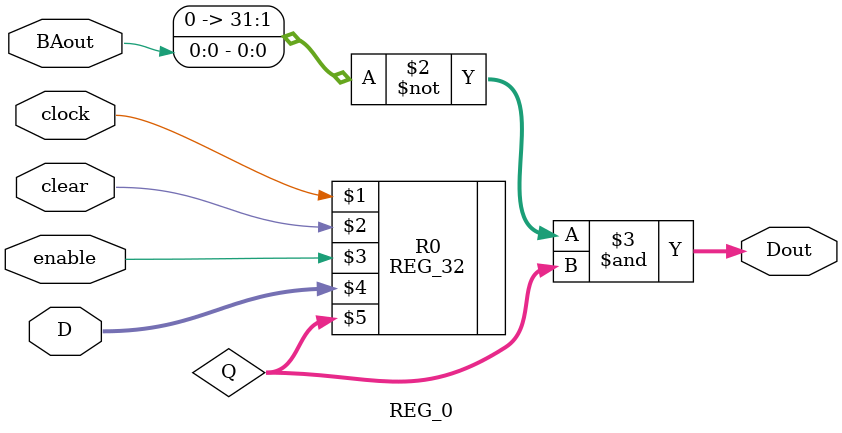
<source format=v>
module REG_0(
	 input clock,
    input clear,
    input enable,
	 input wire BAout,
    input wire [31:0] D,
	 output wire[31:0] Dout
	 );
	 
	 wire[31:0] Q;
	 
	 REG_32 R0 (clock, clear, enable, D, Q);
	 
	 assign Dout = (~BAout & Q); // Could be wrong, might have to change to BAout ? 0 : Q
	 
	 
endmodule 

</source>
